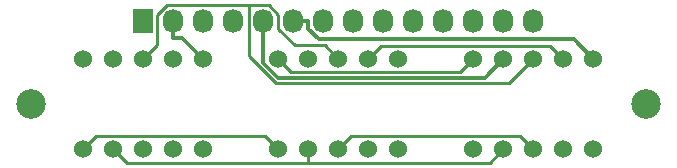
<source format=gbr>
G04 #@! TF.FileFunction,Copper,L1,Top,Signal*
%FSLAX46Y46*%
G04 Gerber Fmt 4.6, Leading zero omitted, Abs format (unit mm)*
G04 Created by KiCad (PCBNEW 4.0.2-stable) date Sunday, August 14, 2016 'PMt' 09:10:01 PM*
%MOMM*%
G01*
G04 APERTURE LIST*
%ADD10C,0.100000*%
%ADD11C,2.500000*%
%ADD12C,1.524000*%
%ADD13R,1.727200X2.032000*%
%ADD14O,1.727200X2.032000*%
%ADD15C,0.250000*%
%ADD16C,0.300000*%
G04 APERTURE END LIST*
D10*
D11*
X164465000Y-107315000D03*
X112395000Y-107315000D03*
D12*
X116840000Y-111125000D03*
X119380000Y-111125000D03*
X121920000Y-111125000D03*
X124460000Y-111125000D03*
X127000000Y-111125000D03*
X127000000Y-103505000D03*
X124460000Y-103505000D03*
X121920000Y-103505000D03*
X119380000Y-103505000D03*
X116840000Y-103505000D03*
X133350000Y-111125000D03*
X135890000Y-111125000D03*
X138430000Y-111125000D03*
X140970000Y-111125000D03*
X143510000Y-111125000D03*
X143510000Y-103505000D03*
X140970000Y-103505000D03*
X138430000Y-103505000D03*
X135890000Y-103505000D03*
X133350000Y-103505000D03*
X149860000Y-111125000D03*
X152400000Y-111125000D03*
X154940000Y-111125000D03*
X157480000Y-111125000D03*
X160020000Y-111125000D03*
X160020000Y-103505000D03*
X157480000Y-103505000D03*
X154940000Y-103505000D03*
X152400000Y-103505000D03*
X149860000Y-103505000D03*
D13*
X121920000Y-100330000D03*
D14*
X124460000Y-100330000D03*
X127000000Y-100330000D03*
X129540000Y-100330000D03*
X132080000Y-100330000D03*
X134620000Y-100330000D03*
X137160000Y-100330000D03*
X139700000Y-100330000D03*
X142240000Y-100330000D03*
X144780000Y-100330000D03*
X147320000Y-100330000D03*
X149860000Y-100330000D03*
X152400000Y-100330000D03*
X154940000Y-100330000D03*
D15*
X117945100Y-110019900D02*
X116840000Y-111125000D01*
X132244900Y-110019900D02*
X117945100Y-110019900D01*
X133350000Y-111125000D02*
X132244900Y-110019900D01*
X135890000Y-112277700D02*
X135890000Y-111125000D01*
X151247300Y-112277700D02*
X135890000Y-112277700D01*
X152400000Y-111125000D02*
X151247300Y-112277700D01*
X120532700Y-112277700D02*
X119380000Y-111125000D01*
X135890000Y-112277700D02*
X120532700Y-112277700D01*
X139527200Y-110027800D02*
X138430000Y-111125000D01*
X153842800Y-110027800D02*
X139527200Y-110027800D01*
X154940000Y-111125000D02*
X153842800Y-110027800D01*
D16*
X125191300Y-101696300D02*
X127000000Y-103505000D01*
X124460000Y-101696300D02*
X125191300Y-101696300D01*
X124460000Y-100330000D02*
X124460000Y-101696300D01*
D15*
X156383200Y-102408200D02*
X157480000Y-103505000D01*
X142066800Y-102408200D02*
X156383200Y-102408200D01*
X140970000Y-103505000D02*
X142066800Y-102408200D01*
X152873700Y-105571300D02*
X154940000Y-103505000D01*
X133144200Y-105571300D02*
X152873700Y-105571300D01*
X130844600Y-103271700D02*
X133144200Y-105571300D01*
X130844600Y-98977100D02*
X130844600Y-103271700D01*
X123921200Y-98977100D02*
X130844600Y-98977100D01*
X123109000Y-99789300D02*
X123921200Y-98977100D01*
X123109000Y-102316000D02*
X123109000Y-99789300D01*
X121920000Y-103505000D02*
X123109000Y-102316000D01*
X137261600Y-102336600D02*
X138430000Y-103505000D01*
X134745800Y-102336600D02*
X137261600Y-102336600D01*
X133350000Y-100940800D02*
X134745800Y-102336600D01*
X133350000Y-99748300D02*
X133350000Y-100940800D01*
X132578800Y-98977100D02*
X133350000Y-99748300D01*
X130844600Y-98977100D02*
X132578800Y-98977100D01*
X134448300Y-104603300D02*
X133350000Y-103505000D01*
X148761700Y-104603300D02*
X134448300Y-104603300D01*
X149860000Y-103505000D02*
X148761700Y-104603300D01*
D16*
X158374700Y-101859700D02*
X160020000Y-103505000D01*
X136756600Y-101859700D02*
X158374700Y-101859700D01*
X135833900Y-100937000D02*
X136756600Y-101859700D01*
X135833900Y-100330000D02*
X135833900Y-100937000D01*
X134620000Y-100330000D02*
X135833900Y-100330000D01*
X150809100Y-105095900D02*
X152400000Y-103505000D01*
X133341100Y-105095900D02*
X150809100Y-105095900D01*
X132080000Y-103834800D02*
X133341100Y-105095900D01*
X132080000Y-100330000D02*
X132080000Y-103834800D01*
M02*

</source>
